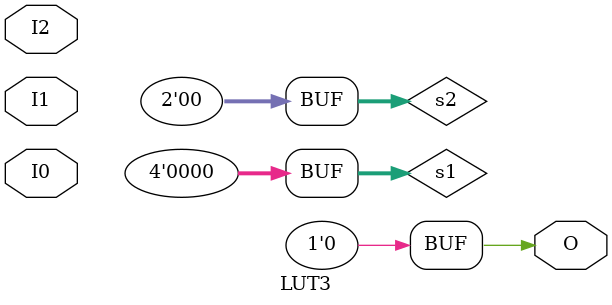
<source format=v>
module LUT3 #(
    parameter [7:0] INIT = 8'h00
)(
    input  wire I0, // Select Stage 1
    input  wire I1, // Select Stage 2
    input  wire I2, // Select Stage 3
    output wire O
);

    // Internal wires between MUX stages
    wire [3:0] s1;
    wire [1:0] s2;

    // ---------------------------
    // STAGE 1: 8 -> 4
    // ---------------------------
    assign s1[0] = I0 ? INIT[1] : INIT[0];
    assign s1[1] = I0 ? INIT[3] : INIT[2];
    assign s1[2] = I0 ? INIT[5] : INIT[4];
    assign s1[3] = I0 ? INIT[7] : INIT[6];

    // ---------------------------
    // STAGE 2: 4 -> 2
    // ---------------------------
    assign s2[0] = I1 ? s1[1] : s1[0];
    assign s2[1] = I1 ? s1[3] : s1[2];

    // ---------------------------
    // STAGE 3: 2 -> 1
    // ---------------------------
    assign O = I2 ? s2[1] : s2[0];

endmodule

</source>
